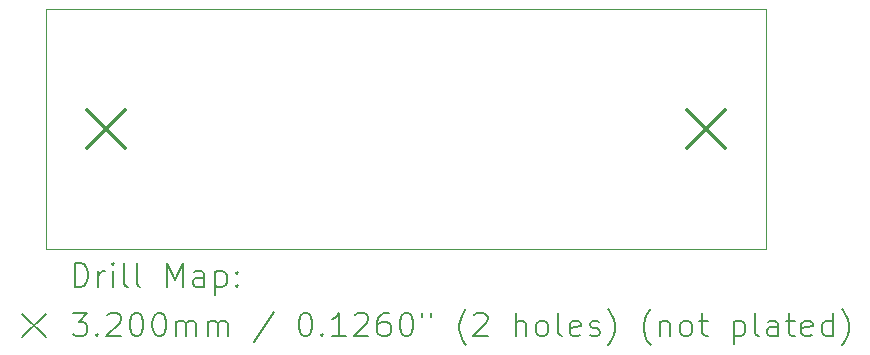
<source format=gbr>
%TF.GenerationSoftware,KiCad,Pcbnew,7.0.1-3b83917a11~172~ubuntu22.04.1*%
%TF.CreationDate,2024-11-25T12:37:52-06:00*%
%TF.ProjectId,Quron_BMS,5175726f-6e5f-4424-9d53-2e6b69636164,rev?*%
%TF.SameCoordinates,Original*%
%TF.FileFunction,Drillmap*%
%TF.FilePolarity,Positive*%
%FSLAX45Y45*%
G04 Gerber Fmt 4.5, Leading zero omitted, Abs format (unit mm)*
G04 Created by KiCad (PCBNEW 7.0.1-3b83917a11~172~ubuntu22.04.1) date 2024-11-25 12:37:52*
%MOMM*%
%LPD*%
G01*
G04 APERTURE LIST*
%ADD10C,0.100000*%
%ADD11C,0.200000*%
%ADD12C,0.320000*%
G04 APERTURE END LIST*
D10*
X13208000Y-12954000D02*
X19304000Y-12954000D01*
X19304000Y-14986000D01*
X13208000Y-14986000D01*
X13208000Y-12954000D01*
D11*
D12*
X13556000Y-13810000D02*
X13876000Y-14130000D01*
X13876000Y-13810000D02*
X13556000Y-14130000D01*
X18636000Y-13810000D02*
X18956000Y-14130000D01*
X18956000Y-13810000D02*
X18636000Y-14130000D01*
D11*
X13450619Y-15303524D02*
X13450619Y-15103524D01*
X13450619Y-15103524D02*
X13498238Y-15103524D01*
X13498238Y-15103524D02*
X13526809Y-15113048D01*
X13526809Y-15113048D02*
X13545857Y-15132095D01*
X13545857Y-15132095D02*
X13555381Y-15151143D01*
X13555381Y-15151143D02*
X13564905Y-15189238D01*
X13564905Y-15189238D02*
X13564905Y-15217809D01*
X13564905Y-15217809D02*
X13555381Y-15255905D01*
X13555381Y-15255905D02*
X13545857Y-15274952D01*
X13545857Y-15274952D02*
X13526809Y-15294000D01*
X13526809Y-15294000D02*
X13498238Y-15303524D01*
X13498238Y-15303524D02*
X13450619Y-15303524D01*
X13650619Y-15303524D02*
X13650619Y-15170190D01*
X13650619Y-15208286D02*
X13660143Y-15189238D01*
X13660143Y-15189238D02*
X13669667Y-15179714D01*
X13669667Y-15179714D02*
X13688714Y-15170190D01*
X13688714Y-15170190D02*
X13707762Y-15170190D01*
X13774428Y-15303524D02*
X13774428Y-15170190D01*
X13774428Y-15103524D02*
X13764905Y-15113048D01*
X13764905Y-15113048D02*
X13774428Y-15122571D01*
X13774428Y-15122571D02*
X13783952Y-15113048D01*
X13783952Y-15113048D02*
X13774428Y-15103524D01*
X13774428Y-15103524D02*
X13774428Y-15122571D01*
X13898238Y-15303524D02*
X13879190Y-15294000D01*
X13879190Y-15294000D02*
X13869667Y-15274952D01*
X13869667Y-15274952D02*
X13869667Y-15103524D01*
X14003000Y-15303524D02*
X13983952Y-15294000D01*
X13983952Y-15294000D02*
X13974428Y-15274952D01*
X13974428Y-15274952D02*
X13974428Y-15103524D01*
X14231571Y-15303524D02*
X14231571Y-15103524D01*
X14231571Y-15103524D02*
X14298238Y-15246381D01*
X14298238Y-15246381D02*
X14364905Y-15103524D01*
X14364905Y-15103524D02*
X14364905Y-15303524D01*
X14545857Y-15303524D02*
X14545857Y-15198762D01*
X14545857Y-15198762D02*
X14536333Y-15179714D01*
X14536333Y-15179714D02*
X14517286Y-15170190D01*
X14517286Y-15170190D02*
X14479190Y-15170190D01*
X14479190Y-15170190D02*
X14460143Y-15179714D01*
X14545857Y-15294000D02*
X14526809Y-15303524D01*
X14526809Y-15303524D02*
X14479190Y-15303524D01*
X14479190Y-15303524D02*
X14460143Y-15294000D01*
X14460143Y-15294000D02*
X14450619Y-15274952D01*
X14450619Y-15274952D02*
X14450619Y-15255905D01*
X14450619Y-15255905D02*
X14460143Y-15236857D01*
X14460143Y-15236857D02*
X14479190Y-15227333D01*
X14479190Y-15227333D02*
X14526809Y-15227333D01*
X14526809Y-15227333D02*
X14545857Y-15217809D01*
X14641095Y-15170190D02*
X14641095Y-15370190D01*
X14641095Y-15179714D02*
X14660143Y-15170190D01*
X14660143Y-15170190D02*
X14698238Y-15170190D01*
X14698238Y-15170190D02*
X14717286Y-15179714D01*
X14717286Y-15179714D02*
X14726809Y-15189238D01*
X14726809Y-15189238D02*
X14736333Y-15208286D01*
X14736333Y-15208286D02*
X14736333Y-15265428D01*
X14736333Y-15265428D02*
X14726809Y-15284476D01*
X14726809Y-15284476D02*
X14717286Y-15294000D01*
X14717286Y-15294000D02*
X14698238Y-15303524D01*
X14698238Y-15303524D02*
X14660143Y-15303524D01*
X14660143Y-15303524D02*
X14641095Y-15294000D01*
X14822048Y-15284476D02*
X14831571Y-15294000D01*
X14831571Y-15294000D02*
X14822048Y-15303524D01*
X14822048Y-15303524D02*
X14812524Y-15294000D01*
X14812524Y-15294000D02*
X14822048Y-15284476D01*
X14822048Y-15284476D02*
X14822048Y-15303524D01*
X14822048Y-15179714D02*
X14831571Y-15189238D01*
X14831571Y-15189238D02*
X14822048Y-15198762D01*
X14822048Y-15198762D02*
X14812524Y-15189238D01*
X14812524Y-15189238D02*
X14822048Y-15179714D01*
X14822048Y-15179714D02*
X14822048Y-15198762D01*
X13003000Y-15531000D02*
X13203000Y-15731000D01*
X13203000Y-15531000D02*
X13003000Y-15731000D01*
X13431571Y-15523524D02*
X13555381Y-15523524D01*
X13555381Y-15523524D02*
X13488714Y-15599714D01*
X13488714Y-15599714D02*
X13517286Y-15599714D01*
X13517286Y-15599714D02*
X13536333Y-15609238D01*
X13536333Y-15609238D02*
X13545857Y-15618762D01*
X13545857Y-15618762D02*
X13555381Y-15637809D01*
X13555381Y-15637809D02*
X13555381Y-15685428D01*
X13555381Y-15685428D02*
X13545857Y-15704476D01*
X13545857Y-15704476D02*
X13536333Y-15714000D01*
X13536333Y-15714000D02*
X13517286Y-15723524D01*
X13517286Y-15723524D02*
X13460143Y-15723524D01*
X13460143Y-15723524D02*
X13441095Y-15714000D01*
X13441095Y-15714000D02*
X13431571Y-15704476D01*
X13641095Y-15704476D02*
X13650619Y-15714000D01*
X13650619Y-15714000D02*
X13641095Y-15723524D01*
X13641095Y-15723524D02*
X13631571Y-15714000D01*
X13631571Y-15714000D02*
X13641095Y-15704476D01*
X13641095Y-15704476D02*
X13641095Y-15723524D01*
X13726809Y-15542571D02*
X13736333Y-15533048D01*
X13736333Y-15533048D02*
X13755381Y-15523524D01*
X13755381Y-15523524D02*
X13803000Y-15523524D01*
X13803000Y-15523524D02*
X13822048Y-15533048D01*
X13822048Y-15533048D02*
X13831571Y-15542571D01*
X13831571Y-15542571D02*
X13841095Y-15561619D01*
X13841095Y-15561619D02*
X13841095Y-15580667D01*
X13841095Y-15580667D02*
X13831571Y-15609238D01*
X13831571Y-15609238D02*
X13717286Y-15723524D01*
X13717286Y-15723524D02*
X13841095Y-15723524D01*
X13964905Y-15523524D02*
X13983952Y-15523524D01*
X13983952Y-15523524D02*
X14003000Y-15533048D01*
X14003000Y-15533048D02*
X14012524Y-15542571D01*
X14012524Y-15542571D02*
X14022048Y-15561619D01*
X14022048Y-15561619D02*
X14031571Y-15599714D01*
X14031571Y-15599714D02*
X14031571Y-15647333D01*
X14031571Y-15647333D02*
X14022048Y-15685428D01*
X14022048Y-15685428D02*
X14012524Y-15704476D01*
X14012524Y-15704476D02*
X14003000Y-15714000D01*
X14003000Y-15714000D02*
X13983952Y-15723524D01*
X13983952Y-15723524D02*
X13964905Y-15723524D01*
X13964905Y-15723524D02*
X13945857Y-15714000D01*
X13945857Y-15714000D02*
X13936333Y-15704476D01*
X13936333Y-15704476D02*
X13926809Y-15685428D01*
X13926809Y-15685428D02*
X13917286Y-15647333D01*
X13917286Y-15647333D02*
X13917286Y-15599714D01*
X13917286Y-15599714D02*
X13926809Y-15561619D01*
X13926809Y-15561619D02*
X13936333Y-15542571D01*
X13936333Y-15542571D02*
X13945857Y-15533048D01*
X13945857Y-15533048D02*
X13964905Y-15523524D01*
X14155381Y-15523524D02*
X14174429Y-15523524D01*
X14174429Y-15523524D02*
X14193476Y-15533048D01*
X14193476Y-15533048D02*
X14203000Y-15542571D01*
X14203000Y-15542571D02*
X14212524Y-15561619D01*
X14212524Y-15561619D02*
X14222048Y-15599714D01*
X14222048Y-15599714D02*
X14222048Y-15647333D01*
X14222048Y-15647333D02*
X14212524Y-15685428D01*
X14212524Y-15685428D02*
X14203000Y-15704476D01*
X14203000Y-15704476D02*
X14193476Y-15714000D01*
X14193476Y-15714000D02*
X14174429Y-15723524D01*
X14174429Y-15723524D02*
X14155381Y-15723524D01*
X14155381Y-15723524D02*
X14136333Y-15714000D01*
X14136333Y-15714000D02*
X14126809Y-15704476D01*
X14126809Y-15704476D02*
X14117286Y-15685428D01*
X14117286Y-15685428D02*
X14107762Y-15647333D01*
X14107762Y-15647333D02*
X14107762Y-15599714D01*
X14107762Y-15599714D02*
X14117286Y-15561619D01*
X14117286Y-15561619D02*
X14126809Y-15542571D01*
X14126809Y-15542571D02*
X14136333Y-15533048D01*
X14136333Y-15533048D02*
X14155381Y-15523524D01*
X14307762Y-15723524D02*
X14307762Y-15590190D01*
X14307762Y-15609238D02*
X14317286Y-15599714D01*
X14317286Y-15599714D02*
X14336333Y-15590190D01*
X14336333Y-15590190D02*
X14364905Y-15590190D01*
X14364905Y-15590190D02*
X14383952Y-15599714D01*
X14383952Y-15599714D02*
X14393476Y-15618762D01*
X14393476Y-15618762D02*
X14393476Y-15723524D01*
X14393476Y-15618762D02*
X14403000Y-15599714D01*
X14403000Y-15599714D02*
X14422048Y-15590190D01*
X14422048Y-15590190D02*
X14450619Y-15590190D01*
X14450619Y-15590190D02*
X14469667Y-15599714D01*
X14469667Y-15599714D02*
X14479190Y-15618762D01*
X14479190Y-15618762D02*
X14479190Y-15723524D01*
X14574429Y-15723524D02*
X14574429Y-15590190D01*
X14574429Y-15609238D02*
X14583952Y-15599714D01*
X14583952Y-15599714D02*
X14603000Y-15590190D01*
X14603000Y-15590190D02*
X14631571Y-15590190D01*
X14631571Y-15590190D02*
X14650619Y-15599714D01*
X14650619Y-15599714D02*
X14660143Y-15618762D01*
X14660143Y-15618762D02*
X14660143Y-15723524D01*
X14660143Y-15618762D02*
X14669667Y-15599714D01*
X14669667Y-15599714D02*
X14688714Y-15590190D01*
X14688714Y-15590190D02*
X14717286Y-15590190D01*
X14717286Y-15590190D02*
X14736333Y-15599714D01*
X14736333Y-15599714D02*
X14745857Y-15618762D01*
X14745857Y-15618762D02*
X14745857Y-15723524D01*
X15136333Y-15514000D02*
X14964905Y-15771143D01*
X15393476Y-15523524D02*
X15412524Y-15523524D01*
X15412524Y-15523524D02*
X15431572Y-15533048D01*
X15431572Y-15533048D02*
X15441095Y-15542571D01*
X15441095Y-15542571D02*
X15450619Y-15561619D01*
X15450619Y-15561619D02*
X15460143Y-15599714D01*
X15460143Y-15599714D02*
X15460143Y-15647333D01*
X15460143Y-15647333D02*
X15450619Y-15685428D01*
X15450619Y-15685428D02*
X15441095Y-15704476D01*
X15441095Y-15704476D02*
X15431572Y-15714000D01*
X15431572Y-15714000D02*
X15412524Y-15723524D01*
X15412524Y-15723524D02*
X15393476Y-15723524D01*
X15393476Y-15723524D02*
X15374429Y-15714000D01*
X15374429Y-15714000D02*
X15364905Y-15704476D01*
X15364905Y-15704476D02*
X15355381Y-15685428D01*
X15355381Y-15685428D02*
X15345857Y-15647333D01*
X15345857Y-15647333D02*
X15345857Y-15599714D01*
X15345857Y-15599714D02*
X15355381Y-15561619D01*
X15355381Y-15561619D02*
X15364905Y-15542571D01*
X15364905Y-15542571D02*
X15374429Y-15533048D01*
X15374429Y-15533048D02*
X15393476Y-15523524D01*
X15545857Y-15704476D02*
X15555381Y-15714000D01*
X15555381Y-15714000D02*
X15545857Y-15723524D01*
X15545857Y-15723524D02*
X15536333Y-15714000D01*
X15536333Y-15714000D02*
X15545857Y-15704476D01*
X15545857Y-15704476D02*
X15545857Y-15723524D01*
X15745857Y-15723524D02*
X15631572Y-15723524D01*
X15688714Y-15723524D02*
X15688714Y-15523524D01*
X15688714Y-15523524D02*
X15669667Y-15552095D01*
X15669667Y-15552095D02*
X15650619Y-15571143D01*
X15650619Y-15571143D02*
X15631572Y-15580667D01*
X15822048Y-15542571D02*
X15831572Y-15533048D01*
X15831572Y-15533048D02*
X15850619Y-15523524D01*
X15850619Y-15523524D02*
X15898238Y-15523524D01*
X15898238Y-15523524D02*
X15917286Y-15533048D01*
X15917286Y-15533048D02*
X15926810Y-15542571D01*
X15926810Y-15542571D02*
X15936333Y-15561619D01*
X15936333Y-15561619D02*
X15936333Y-15580667D01*
X15936333Y-15580667D02*
X15926810Y-15609238D01*
X15926810Y-15609238D02*
X15812524Y-15723524D01*
X15812524Y-15723524D02*
X15936333Y-15723524D01*
X16107762Y-15523524D02*
X16069667Y-15523524D01*
X16069667Y-15523524D02*
X16050619Y-15533048D01*
X16050619Y-15533048D02*
X16041095Y-15542571D01*
X16041095Y-15542571D02*
X16022048Y-15571143D01*
X16022048Y-15571143D02*
X16012524Y-15609238D01*
X16012524Y-15609238D02*
X16012524Y-15685428D01*
X16012524Y-15685428D02*
X16022048Y-15704476D01*
X16022048Y-15704476D02*
X16031572Y-15714000D01*
X16031572Y-15714000D02*
X16050619Y-15723524D01*
X16050619Y-15723524D02*
X16088714Y-15723524D01*
X16088714Y-15723524D02*
X16107762Y-15714000D01*
X16107762Y-15714000D02*
X16117286Y-15704476D01*
X16117286Y-15704476D02*
X16126810Y-15685428D01*
X16126810Y-15685428D02*
X16126810Y-15637809D01*
X16126810Y-15637809D02*
X16117286Y-15618762D01*
X16117286Y-15618762D02*
X16107762Y-15609238D01*
X16107762Y-15609238D02*
X16088714Y-15599714D01*
X16088714Y-15599714D02*
X16050619Y-15599714D01*
X16050619Y-15599714D02*
X16031572Y-15609238D01*
X16031572Y-15609238D02*
X16022048Y-15618762D01*
X16022048Y-15618762D02*
X16012524Y-15637809D01*
X16250619Y-15523524D02*
X16269667Y-15523524D01*
X16269667Y-15523524D02*
X16288714Y-15533048D01*
X16288714Y-15533048D02*
X16298238Y-15542571D01*
X16298238Y-15542571D02*
X16307762Y-15561619D01*
X16307762Y-15561619D02*
X16317286Y-15599714D01*
X16317286Y-15599714D02*
X16317286Y-15647333D01*
X16317286Y-15647333D02*
X16307762Y-15685428D01*
X16307762Y-15685428D02*
X16298238Y-15704476D01*
X16298238Y-15704476D02*
X16288714Y-15714000D01*
X16288714Y-15714000D02*
X16269667Y-15723524D01*
X16269667Y-15723524D02*
X16250619Y-15723524D01*
X16250619Y-15723524D02*
X16231572Y-15714000D01*
X16231572Y-15714000D02*
X16222048Y-15704476D01*
X16222048Y-15704476D02*
X16212524Y-15685428D01*
X16212524Y-15685428D02*
X16203000Y-15647333D01*
X16203000Y-15647333D02*
X16203000Y-15599714D01*
X16203000Y-15599714D02*
X16212524Y-15561619D01*
X16212524Y-15561619D02*
X16222048Y-15542571D01*
X16222048Y-15542571D02*
X16231572Y-15533048D01*
X16231572Y-15533048D02*
X16250619Y-15523524D01*
X16393476Y-15523524D02*
X16393476Y-15561619D01*
X16469667Y-15523524D02*
X16469667Y-15561619D01*
X16764905Y-15799714D02*
X16755381Y-15790190D01*
X16755381Y-15790190D02*
X16736334Y-15761619D01*
X16736334Y-15761619D02*
X16726810Y-15742571D01*
X16726810Y-15742571D02*
X16717286Y-15714000D01*
X16717286Y-15714000D02*
X16707762Y-15666381D01*
X16707762Y-15666381D02*
X16707762Y-15628286D01*
X16707762Y-15628286D02*
X16717286Y-15580667D01*
X16717286Y-15580667D02*
X16726810Y-15552095D01*
X16726810Y-15552095D02*
X16736334Y-15533048D01*
X16736334Y-15533048D02*
X16755381Y-15504476D01*
X16755381Y-15504476D02*
X16764905Y-15494952D01*
X16831572Y-15542571D02*
X16841096Y-15533048D01*
X16841096Y-15533048D02*
X16860143Y-15523524D01*
X16860143Y-15523524D02*
X16907762Y-15523524D01*
X16907762Y-15523524D02*
X16926810Y-15533048D01*
X16926810Y-15533048D02*
X16936334Y-15542571D01*
X16936334Y-15542571D02*
X16945857Y-15561619D01*
X16945857Y-15561619D02*
X16945857Y-15580667D01*
X16945857Y-15580667D02*
X16936334Y-15609238D01*
X16936334Y-15609238D02*
X16822048Y-15723524D01*
X16822048Y-15723524D02*
X16945857Y-15723524D01*
X17183953Y-15723524D02*
X17183953Y-15523524D01*
X17269667Y-15723524D02*
X17269667Y-15618762D01*
X17269667Y-15618762D02*
X17260143Y-15599714D01*
X17260143Y-15599714D02*
X17241096Y-15590190D01*
X17241096Y-15590190D02*
X17212524Y-15590190D01*
X17212524Y-15590190D02*
X17193477Y-15599714D01*
X17193477Y-15599714D02*
X17183953Y-15609238D01*
X17393477Y-15723524D02*
X17374429Y-15714000D01*
X17374429Y-15714000D02*
X17364905Y-15704476D01*
X17364905Y-15704476D02*
X17355381Y-15685428D01*
X17355381Y-15685428D02*
X17355381Y-15628286D01*
X17355381Y-15628286D02*
X17364905Y-15609238D01*
X17364905Y-15609238D02*
X17374429Y-15599714D01*
X17374429Y-15599714D02*
X17393477Y-15590190D01*
X17393477Y-15590190D02*
X17422048Y-15590190D01*
X17422048Y-15590190D02*
X17441096Y-15599714D01*
X17441096Y-15599714D02*
X17450619Y-15609238D01*
X17450619Y-15609238D02*
X17460143Y-15628286D01*
X17460143Y-15628286D02*
X17460143Y-15685428D01*
X17460143Y-15685428D02*
X17450619Y-15704476D01*
X17450619Y-15704476D02*
X17441096Y-15714000D01*
X17441096Y-15714000D02*
X17422048Y-15723524D01*
X17422048Y-15723524D02*
X17393477Y-15723524D01*
X17574429Y-15723524D02*
X17555381Y-15714000D01*
X17555381Y-15714000D02*
X17545858Y-15694952D01*
X17545858Y-15694952D02*
X17545858Y-15523524D01*
X17726810Y-15714000D02*
X17707762Y-15723524D01*
X17707762Y-15723524D02*
X17669667Y-15723524D01*
X17669667Y-15723524D02*
X17650619Y-15714000D01*
X17650619Y-15714000D02*
X17641096Y-15694952D01*
X17641096Y-15694952D02*
X17641096Y-15618762D01*
X17641096Y-15618762D02*
X17650619Y-15599714D01*
X17650619Y-15599714D02*
X17669667Y-15590190D01*
X17669667Y-15590190D02*
X17707762Y-15590190D01*
X17707762Y-15590190D02*
X17726810Y-15599714D01*
X17726810Y-15599714D02*
X17736334Y-15618762D01*
X17736334Y-15618762D02*
X17736334Y-15637809D01*
X17736334Y-15637809D02*
X17641096Y-15656857D01*
X17812524Y-15714000D02*
X17831572Y-15723524D01*
X17831572Y-15723524D02*
X17869667Y-15723524D01*
X17869667Y-15723524D02*
X17888715Y-15714000D01*
X17888715Y-15714000D02*
X17898239Y-15694952D01*
X17898239Y-15694952D02*
X17898239Y-15685428D01*
X17898239Y-15685428D02*
X17888715Y-15666381D01*
X17888715Y-15666381D02*
X17869667Y-15656857D01*
X17869667Y-15656857D02*
X17841096Y-15656857D01*
X17841096Y-15656857D02*
X17822048Y-15647333D01*
X17822048Y-15647333D02*
X17812524Y-15628286D01*
X17812524Y-15628286D02*
X17812524Y-15618762D01*
X17812524Y-15618762D02*
X17822048Y-15599714D01*
X17822048Y-15599714D02*
X17841096Y-15590190D01*
X17841096Y-15590190D02*
X17869667Y-15590190D01*
X17869667Y-15590190D02*
X17888715Y-15599714D01*
X17964905Y-15799714D02*
X17974429Y-15790190D01*
X17974429Y-15790190D02*
X17993477Y-15761619D01*
X17993477Y-15761619D02*
X18003000Y-15742571D01*
X18003000Y-15742571D02*
X18012524Y-15714000D01*
X18012524Y-15714000D02*
X18022048Y-15666381D01*
X18022048Y-15666381D02*
X18022048Y-15628286D01*
X18022048Y-15628286D02*
X18012524Y-15580667D01*
X18012524Y-15580667D02*
X18003000Y-15552095D01*
X18003000Y-15552095D02*
X17993477Y-15533048D01*
X17993477Y-15533048D02*
X17974429Y-15504476D01*
X17974429Y-15504476D02*
X17964905Y-15494952D01*
X18326810Y-15799714D02*
X18317286Y-15790190D01*
X18317286Y-15790190D02*
X18298239Y-15761619D01*
X18298239Y-15761619D02*
X18288715Y-15742571D01*
X18288715Y-15742571D02*
X18279191Y-15714000D01*
X18279191Y-15714000D02*
X18269667Y-15666381D01*
X18269667Y-15666381D02*
X18269667Y-15628286D01*
X18269667Y-15628286D02*
X18279191Y-15580667D01*
X18279191Y-15580667D02*
X18288715Y-15552095D01*
X18288715Y-15552095D02*
X18298239Y-15533048D01*
X18298239Y-15533048D02*
X18317286Y-15504476D01*
X18317286Y-15504476D02*
X18326810Y-15494952D01*
X18403000Y-15590190D02*
X18403000Y-15723524D01*
X18403000Y-15609238D02*
X18412524Y-15599714D01*
X18412524Y-15599714D02*
X18431572Y-15590190D01*
X18431572Y-15590190D02*
X18460143Y-15590190D01*
X18460143Y-15590190D02*
X18479191Y-15599714D01*
X18479191Y-15599714D02*
X18488715Y-15618762D01*
X18488715Y-15618762D02*
X18488715Y-15723524D01*
X18612524Y-15723524D02*
X18593477Y-15714000D01*
X18593477Y-15714000D02*
X18583953Y-15704476D01*
X18583953Y-15704476D02*
X18574429Y-15685428D01*
X18574429Y-15685428D02*
X18574429Y-15628286D01*
X18574429Y-15628286D02*
X18583953Y-15609238D01*
X18583953Y-15609238D02*
X18593477Y-15599714D01*
X18593477Y-15599714D02*
X18612524Y-15590190D01*
X18612524Y-15590190D02*
X18641096Y-15590190D01*
X18641096Y-15590190D02*
X18660143Y-15599714D01*
X18660143Y-15599714D02*
X18669667Y-15609238D01*
X18669667Y-15609238D02*
X18679191Y-15628286D01*
X18679191Y-15628286D02*
X18679191Y-15685428D01*
X18679191Y-15685428D02*
X18669667Y-15704476D01*
X18669667Y-15704476D02*
X18660143Y-15714000D01*
X18660143Y-15714000D02*
X18641096Y-15723524D01*
X18641096Y-15723524D02*
X18612524Y-15723524D01*
X18736334Y-15590190D02*
X18812524Y-15590190D01*
X18764905Y-15523524D02*
X18764905Y-15694952D01*
X18764905Y-15694952D02*
X18774429Y-15714000D01*
X18774429Y-15714000D02*
X18793477Y-15723524D01*
X18793477Y-15723524D02*
X18812524Y-15723524D01*
X19031572Y-15590190D02*
X19031572Y-15790190D01*
X19031572Y-15599714D02*
X19050620Y-15590190D01*
X19050620Y-15590190D02*
X19088715Y-15590190D01*
X19088715Y-15590190D02*
X19107762Y-15599714D01*
X19107762Y-15599714D02*
X19117286Y-15609238D01*
X19117286Y-15609238D02*
X19126810Y-15628286D01*
X19126810Y-15628286D02*
X19126810Y-15685428D01*
X19126810Y-15685428D02*
X19117286Y-15704476D01*
X19117286Y-15704476D02*
X19107762Y-15714000D01*
X19107762Y-15714000D02*
X19088715Y-15723524D01*
X19088715Y-15723524D02*
X19050620Y-15723524D01*
X19050620Y-15723524D02*
X19031572Y-15714000D01*
X19241096Y-15723524D02*
X19222048Y-15714000D01*
X19222048Y-15714000D02*
X19212524Y-15694952D01*
X19212524Y-15694952D02*
X19212524Y-15523524D01*
X19403001Y-15723524D02*
X19403001Y-15618762D01*
X19403001Y-15618762D02*
X19393477Y-15599714D01*
X19393477Y-15599714D02*
X19374429Y-15590190D01*
X19374429Y-15590190D02*
X19336334Y-15590190D01*
X19336334Y-15590190D02*
X19317286Y-15599714D01*
X19403001Y-15714000D02*
X19383953Y-15723524D01*
X19383953Y-15723524D02*
X19336334Y-15723524D01*
X19336334Y-15723524D02*
X19317286Y-15714000D01*
X19317286Y-15714000D02*
X19307762Y-15694952D01*
X19307762Y-15694952D02*
X19307762Y-15675905D01*
X19307762Y-15675905D02*
X19317286Y-15656857D01*
X19317286Y-15656857D02*
X19336334Y-15647333D01*
X19336334Y-15647333D02*
X19383953Y-15647333D01*
X19383953Y-15647333D02*
X19403001Y-15637809D01*
X19469667Y-15590190D02*
X19545858Y-15590190D01*
X19498239Y-15523524D02*
X19498239Y-15694952D01*
X19498239Y-15694952D02*
X19507762Y-15714000D01*
X19507762Y-15714000D02*
X19526810Y-15723524D01*
X19526810Y-15723524D02*
X19545858Y-15723524D01*
X19688715Y-15714000D02*
X19669667Y-15723524D01*
X19669667Y-15723524D02*
X19631572Y-15723524D01*
X19631572Y-15723524D02*
X19612524Y-15714000D01*
X19612524Y-15714000D02*
X19603001Y-15694952D01*
X19603001Y-15694952D02*
X19603001Y-15618762D01*
X19603001Y-15618762D02*
X19612524Y-15599714D01*
X19612524Y-15599714D02*
X19631572Y-15590190D01*
X19631572Y-15590190D02*
X19669667Y-15590190D01*
X19669667Y-15590190D02*
X19688715Y-15599714D01*
X19688715Y-15599714D02*
X19698239Y-15618762D01*
X19698239Y-15618762D02*
X19698239Y-15637809D01*
X19698239Y-15637809D02*
X19603001Y-15656857D01*
X19869667Y-15723524D02*
X19869667Y-15523524D01*
X19869667Y-15714000D02*
X19850620Y-15723524D01*
X19850620Y-15723524D02*
X19812524Y-15723524D01*
X19812524Y-15723524D02*
X19793477Y-15714000D01*
X19793477Y-15714000D02*
X19783953Y-15704476D01*
X19783953Y-15704476D02*
X19774429Y-15685428D01*
X19774429Y-15685428D02*
X19774429Y-15628286D01*
X19774429Y-15628286D02*
X19783953Y-15609238D01*
X19783953Y-15609238D02*
X19793477Y-15599714D01*
X19793477Y-15599714D02*
X19812524Y-15590190D01*
X19812524Y-15590190D02*
X19850620Y-15590190D01*
X19850620Y-15590190D02*
X19869667Y-15599714D01*
X19945858Y-15799714D02*
X19955382Y-15790190D01*
X19955382Y-15790190D02*
X19974429Y-15761619D01*
X19974429Y-15761619D02*
X19983953Y-15742571D01*
X19983953Y-15742571D02*
X19993477Y-15714000D01*
X19993477Y-15714000D02*
X20003001Y-15666381D01*
X20003001Y-15666381D02*
X20003001Y-15628286D01*
X20003001Y-15628286D02*
X19993477Y-15580667D01*
X19993477Y-15580667D02*
X19983953Y-15552095D01*
X19983953Y-15552095D02*
X19974429Y-15533048D01*
X19974429Y-15533048D02*
X19955382Y-15504476D01*
X19955382Y-15504476D02*
X19945858Y-15494952D01*
M02*

</source>
